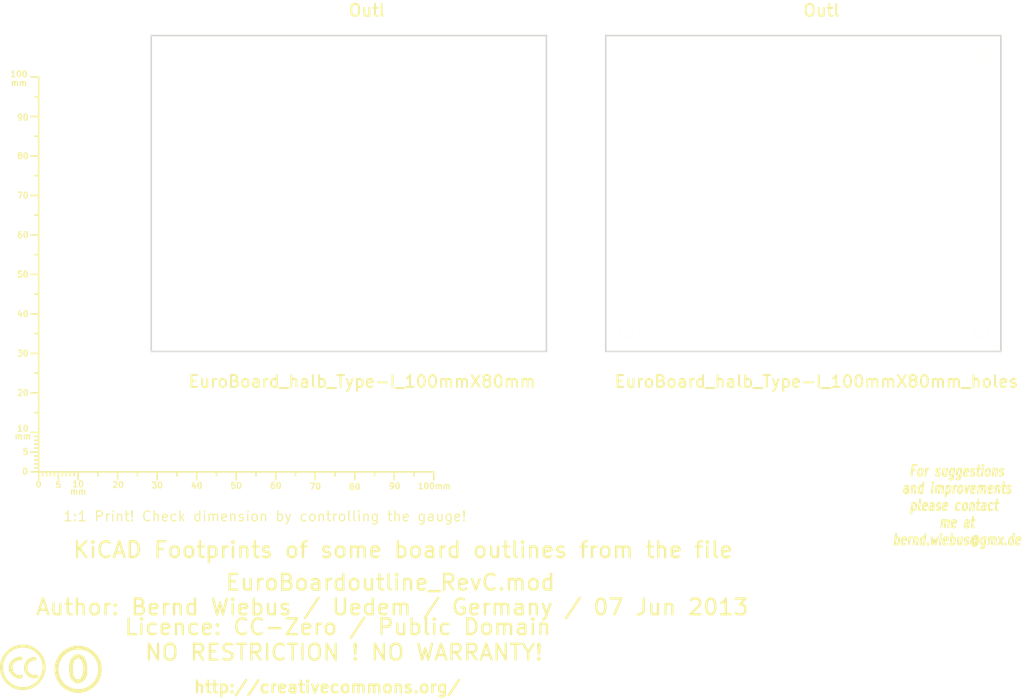
<source format=kicad_pcb>
(kicad_pcb (version 3) (host pcbnew "(2013-03-30 BZR 4007)-stable")

  (general
    (links 0)
    (no_connects 0)
    (area -16.90696 19.13594 285.725656 197.1694)
    (thickness 1.6002)
    (drawings 7)
    (tracks 0)
    (zones 0)
    (modules 5)
    (nets 1)
  )

  (page A4)
  (layers
    (15 Vorderseite signal)
    (0 Rückseite signal)
    (16 B.Adhes user)
    (17 F.Adhes user)
    (18 B.Paste user)
    (19 F.Paste user)
    (20 B.SilkS user)
    (21 F.SilkS user)
    (22 B.Mask user)
    (23 F.Mask user)
    (24 Dwgs.User user)
    (25 Cmts.User user)
    (26 Eco1.User user)
    (27 Eco2.User user)
    (28 Edge.Cuts user)
  )

  (setup
    (last_trace_width 0.2032)
    (trace_clearance 0.254)
    (zone_clearance 0.508)
    (zone_45_only no)
    (trace_min 0.2032)
    (segment_width 0.381)
    (edge_width 0.381)
    (via_size 0.889)
    (via_drill 0.635)
    (via_min_size 0.889)
    (via_min_drill 0.508)
    (uvia_size 0.508)
    (uvia_drill 0.127)
    (uvias_allowed no)
    (uvia_min_size 0.508)
    (uvia_min_drill 0.127)
    (pcb_text_width 0.3048)
    (pcb_text_size 1.524 2.032)
    (mod_edge_width 0.381)
    (mod_text_size 1.524 1.524)
    (mod_text_width 0.3048)
    (pad_size 1.524 1.524)
    (pad_drill 0.8128)
    (pad_to_mask_clearance 0.254)
    (aux_axis_origin 0 0)
    (visible_elements 7FFFFFFF)
    (pcbplotparams
      (layerselection 3178497)
      (usegerberextensions true)
      (excludeedgelayer true)
      (linewidth 60)
      (plotframeref false)
      (viasonmask false)
      (mode 1)
      (useauxorigin false)
      (hpglpennumber 1)
      (hpglpenspeed 20)
      (hpglpendiameter 15)
      (hpglpenoverlay 0)
      (psnegative false)
      (psa4output false)
      (plotreference true)
      (plotvalue true)
      (plotothertext true)
      (plotinvisibletext false)
      (padsonsilk false)
      (subtractmaskfromsilk false)
      (outputformat 1)
      (mirror false)
      (drillshape 1)
      (scaleselection 1)
      (outputdirectory ""))
  )

  (net 0 "")

  (net_class Default "Dies ist die voreingestellte Netzklasse."
    (clearance 0.254)
    (trace_width 0.2032)
    (via_dia 0.889)
    (via_drill 0.635)
    (uvia_dia 0.508)
    (uvia_drill 0.127)
    (add_net "")
  )

  (module Gauge_100mm_Type2_SilkScreenTop_RevA_Date22Jun2010 (layer Vorderseite) (tedit 4D963937) (tstamp 4D88F07A)
    (at 25 138)
    (descr "Gauge, Massstab, 100mm, SilkScreenTop, Type 2,")
    (tags "Gauge, Massstab, 100mm, SilkScreenTop, Type 2,")
    (path Gauge_100mm_Type2_SilkScreenTop_RevA_Date22Jun2010)
    (fp_text reference MSC (at 4.0005 8.99922) (layer F.SilkS) hide
      (effects (font (size 1.524 1.524) (thickness 0.3048)))
    )
    (fp_text value Gauge_100mm_Type2_SilkScreenTop_RevA_Date22Jun2010 (at 45.9994 8.99922) (layer F.SilkS) hide
      (effects (font (size 1.524 1.524) (thickness 0.3048)))
    )
    (fp_text user mm (at 9.99998 5.00126) (layer F.SilkS)
      (effects (font (size 1.524 1.524) (thickness 0.3048)))
    )
    (fp_text user mm (at -4.0005 -8.99922) (layer F.SilkS)
      (effects (font (size 1.524 1.524) (thickness 0.3048)))
    )
    (fp_text user mm (at -5.00126 -98.5012) (layer F.SilkS)
      (effects (font (size 1.524 1.524) (thickness 0.3048)))
    )
    (fp_text user 10 (at 10.00506 3.0988) (layer F.SilkS)
      (effects (font (size 1.50114 1.50114) (thickness 0.29972)))
    )
    (fp_text user 0 (at 0.00508 3.19786) (layer F.SilkS)
      (effects (font (size 1.39954 1.50114) (thickness 0.29972)))
    )
    (fp_text user 5 (at 5.0038 3.29946) (layer F.SilkS)
      (effects (font (size 1.50114 1.50114) (thickness 0.29972)))
    )
    (fp_text user 20 (at 20.1041 3.29946) (layer F.SilkS)
      (effects (font (size 1.50114 1.50114) (thickness 0.29972)))
    )
    (fp_text user 30 (at 30.00502 3.39852) (layer F.SilkS)
      (effects (font (size 1.50114 1.50114) (thickness 0.29972)))
    )
    (fp_text user 40 (at 40.005 3.50012) (layer F.SilkS)
      (effects (font (size 1.50114 1.50114) (thickness 0.29972)))
    )
    (fp_text user 50 (at 50.00498 3.50012) (layer F.SilkS)
      (effects (font (size 1.50114 1.50114) (thickness 0.29972)))
    )
    (fp_text user 60 (at 60.00496 3.50012) (layer F.SilkS)
      (effects (font (size 1.50114 1.50114) (thickness 0.29972)))
    )
    (fp_text user 70 (at 70.00494 3.70078) (layer F.SilkS)
      (effects (font (size 1.50114 1.50114) (thickness 0.29972)))
    )
    (fp_text user 80 (at 80.00492 3.79984) (layer F.SilkS)
      (effects (font (size 1.50114 1.50114) (thickness 0.29972)))
    )
    (fp_text user 90 (at 90.1065 3.60172) (layer F.SilkS)
      (effects (font (size 1.50114 1.50114) (thickness 0.29972)))
    )
    (fp_text user 100mm (at 100.10648 3.60172) (layer F.SilkS)
      (effects (font (size 1.50114 1.50114) (thickness 0.29972)))
    )
    (fp_line (start 0 -8.99922) (end -1.00076 -8.99922) (layer F.SilkS) (width 0.381))
    (fp_line (start 0 -8.001) (end -1.00076 -8.001) (layer F.SilkS) (width 0.381))
    (fp_line (start 0 -7.00024) (end -1.00076 -7.00024) (layer F.SilkS) (width 0.381))
    (fp_line (start 0 -5.99948) (end -1.00076 -5.99948) (layer F.SilkS) (width 0.381))
    (fp_line (start 0 -4.0005) (end -1.00076 -4.0005) (layer F.SilkS) (width 0.381))
    (fp_line (start 0 -2.99974) (end -1.00076 -2.99974) (layer F.SilkS) (width 0.381))
    (fp_line (start 0 -1.99898) (end -1.00076 -1.99898) (layer F.SilkS) (width 0.381))
    (fp_line (start 0 -1.00076) (end -1.00076 -1.00076) (layer F.SilkS) (width 0.381))
    (fp_line (start 0 0) (end -1.99898 0) (layer F.SilkS) (width 0.381))
    (fp_line (start 0 -5.00126) (end -1.99898 -5.00126) (layer F.SilkS) (width 0.381))
    (fp_line (start 0 -9.99998) (end -1.99898 -9.99998) (layer F.SilkS) (width 0.381))
    (fp_line (start 0 -15.00124) (end -1.00076 -15.00124) (layer F.SilkS) (width 0.381))
    (fp_line (start 0 -19.99996) (end -1.99898 -19.99996) (layer F.SilkS) (width 0.381))
    (fp_line (start 0 -25.00122) (end -1.00076 -25.00122) (layer F.SilkS) (width 0.381))
    (fp_line (start 0 -29.99994) (end -1.99898 -29.99994) (layer F.SilkS) (width 0.381))
    (fp_line (start 0 -35.0012) (end -1.00076 -35.0012) (layer F.SilkS) (width 0.381))
    (fp_line (start 0 -39.99992) (end -1.99898 -39.99992) (layer F.SilkS) (width 0.381))
    (fp_line (start 0 -45.00118) (end -1.00076 -45.00118) (layer F.SilkS) (width 0.381))
    (fp_line (start 0 -49.9999) (end -1.99898 -49.9999) (layer F.SilkS) (width 0.381))
    (fp_line (start 0 -55.00116) (end -1.00076 -55.00116) (layer F.SilkS) (width 0.381))
    (fp_line (start 0 -59.99988) (end -1.99898 -59.99988) (layer F.SilkS) (width 0.381))
    (fp_line (start 0 -65.00114) (end -1.00076 -65.00114) (layer F.SilkS) (width 0.381))
    (fp_line (start 0 -69.99986) (end -1.99898 -69.99986) (layer F.SilkS) (width 0.381))
    (fp_line (start 0 -75.00112) (end -1.00076 -75.00112) (layer F.SilkS) (width 0.381))
    (fp_line (start 0 -79.99984) (end -1.99898 -79.99984) (layer F.SilkS) (width 0.381))
    (fp_line (start 0 -85.0011) (end -1.00076 -85.0011) (layer F.SilkS) (width 0.381))
    (fp_line (start 0 -89.99982) (end -1.99898 -89.99982) (layer F.SilkS) (width 0.381))
    (fp_line (start 0 -95.00108) (end -1.00076 -95.00108) (layer F.SilkS) (width 0.381))
    (fp_line (start 0 0) (end 0 -99.9998) (layer F.SilkS) (width 0.381))
    (fp_line (start 0 -99.9998) (end -1.99898 -99.9998) (layer F.SilkS) (width 0.381))
    (fp_text user 100 (at -4.99872 -100.7491) (layer F.SilkS)
      (effects (font (size 1.50114 1.50114) (thickness 0.29972)))
    )
    (fp_text user 90 (at -4.0005 -89.7509) (layer F.SilkS)
      (effects (font (size 1.50114 1.50114) (thickness 0.29972)))
    )
    (fp_text user 80 (at -4.0005 -79.99984) (layer F.SilkS)
      (effects (font (size 1.50114 1.50114) (thickness 0.29972)))
    )
    (fp_text user 70 (at -4.0005 -69.99986) (layer F.SilkS)
      (effects (font (size 1.50114 1.50114) (thickness 0.29972)))
    )
    (fp_text user 60 (at -4.0005 -59.99988) (layer F.SilkS)
      (effects (font (size 1.50114 1.50114) (thickness 0.29972)))
    )
    (fp_text user 50 (at -4.0005 -49.9999) (layer F.SilkS)
      (effects (font (size 1.50114 1.50114) (thickness 0.34036)))
    )
    (fp_text user 40 (at -4.0005 -39.99992) (layer F.SilkS)
      (effects (font (size 1.50114 1.50114) (thickness 0.29972)))
    )
    (fp_text user 30 (at -4.0005 -29.99994) (layer F.SilkS)
      (effects (font (size 1.50114 1.50114) (thickness 0.29972)))
    )
    (fp_text user 20 (at -4.0005 -19.99996) (layer F.SilkS)
      (effects (font (size 1.50114 1.50114) (thickness 0.29972)))
    )
    (fp_line (start 95.00108 0) (end 95.00108 1.00076) (layer F.SilkS) (width 0.381))
    (fp_line (start 89.99982 0) (end 89.99982 1.99898) (layer F.SilkS) (width 0.381))
    (fp_line (start 85.0011 0) (end 85.0011 1.00076) (layer F.SilkS) (width 0.381))
    (fp_line (start 79.99984 0) (end 79.99984 1.99898) (layer F.SilkS) (width 0.381))
    (fp_line (start 75.00112 0) (end 75.00112 1.00076) (layer F.SilkS) (width 0.381))
    (fp_line (start 69.99986 0) (end 69.99986 1.99898) (layer F.SilkS) (width 0.381))
    (fp_line (start 65.00114 0) (end 65.00114 1.00076) (layer F.SilkS) (width 0.381))
    (fp_line (start 59.99988 0) (end 59.99988 1.99898) (layer F.SilkS) (width 0.381))
    (fp_line (start 55.00116 0) (end 55.00116 1.00076) (layer F.SilkS) (width 0.381))
    (fp_line (start 49.9999 0) (end 49.9999 1.99898) (layer F.SilkS) (width 0.381))
    (fp_line (start 45.00118 0) (end 45.00118 1.00076) (layer F.SilkS) (width 0.381))
    (fp_line (start 39.99992 0) (end 39.99992 1.99898) (layer F.SilkS) (width 0.381))
    (fp_line (start 35.0012 0) (end 35.0012 1.00076) (layer F.SilkS) (width 0.381))
    (fp_line (start 29.99994 0) (end 29.99994 1.99898) (layer F.SilkS) (width 0.381))
    (fp_line (start 25.00122 0) (end 25.00122 1.00076) (layer F.SilkS) (width 0.381))
    (fp_line (start 19.99996 0) (end 19.99996 1.99898) (layer F.SilkS) (width 0.381))
    (fp_line (start 15.00124 0) (end 15.00124 1.00076) (layer F.SilkS) (width 0.381))
    (fp_line (start 9.99998 0) (end 99.9998 0) (layer F.SilkS) (width 0.381))
    (fp_line (start 99.9998 0) (end 99.9998 1.99898) (layer F.SilkS) (width 0.381))
    (fp_text user 5 (at -3.302 -5.10286) (layer F.SilkS)
      (effects (font (size 1.50114 1.50114) (thickness 0.29972)))
    )
    (fp_text user 0 (at -3.4036 -0.10414) (layer F.SilkS)
      (effects (font (size 1.50114 1.50114) (thickness 0.29972)))
    )
    (fp_text user 10 (at -4.0005 -11.00074) (layer F.SilkS)
      (effects (font (size 1.50114 1.50114) (thickness 0.29972)))
    )
    (fp_line (start 8.99922 0) (end 8.99922 1.00076) (layer F.SilkS) (width 0.381))
    (fp_line (start 8.001 0) (end 8.001 1.00076) (layer F.SilkS) (width 0.381))
    (fp_line (start 7.00024 0) (end 7.00024 1.00076) (layer F.SilkS) (width 0.381))
    (fp_line (start 5.99948 0) (end 5.99948 1.00076) (layer F.SilkS) (width 0.381))
    (fp_line (start 4.0005 0) (end 4.0005 1.00076) (layer F.SilkS) (width 0.381))
    (fp_line (start 2.99974 0) (end 2.99974 1.00076) (layer F.SilkS) (width 0.381))
    (fp_line (start 1.99898 0) (end 1.99898 1.00076) (layer F.SilkS) (width 0.381))
    (fp_line (start 1.00076 0) (end 1.00076 1.00076) (layer F.SilkS) (width 0.381))
    (fp_line (start 5.00126 0) (end 5.00126 1.99898) (layer F.SilkS) (width 0.381))
    (fp_line (start 0 0) (end 0 1.99898) (layer F.SilkS) (width 0.381))
    (fp_line (start 0 0) (end 9.99998 0) (layer F.SilkS) (width 0.381))
    (fp_line (start 9.99998 0) (end 9.99998 1.99898) (layer F.SilkS) (width 0.381))
  )

  (module Symbol_CC-PublicDomain_SilkScreenTop_Big (layer Vorderseite) (tedit 515D641F) (tstamp 515F0B64)
    (at 35 188)
    (descr "Symbol, CC-PublicDomain, SilkScreen Top, Big,")
    (tags "Symbol, CC-PublicDomain, SilkScreen Top, Big,")
    (path Symbol_CC-Noncommercial_CopperTop_Big)
    (fp_text reference Sym (at 0.59944 -7.29996) (layer F.SilkS) hide
      (effects (font (size 1.524 1.524) (thickness 0.3048)))
    )
    (fp_text value Symbol_CC-PublicDomain_SilkScreenTop_Big (at 0.59944 8.001) (layer F.SilkS) hide
      (effects (font (size 1.524 1.524) (thickness 0.3048)))
    )
    (fp_circle (center 0 0) (end 5.8 -0.05) (layer F.SilkS) (width 0.381))
    (fp_circle (center 0 0) (end 5.5 0) (layer F.SilkS) (width 0.381))
    (fp_circle (center 0.05 0) (end 5.25 0) (layer F.SilkS) (width 0.381))
    (fp_line (start 1.1 -2.5) (end 1.4 -1.9) (layer F.SilkS) (width 0.381))
    (fp_line (start -1.8 1.2) (end -1.6 1.9) (layer F.SilkS) (width 0.381))
    (fp_line (start -1.6 1.9) (end -1.2 2.5) (layer F.SilkS) (width 0.381))
    (fp_line (start 0 -3) (end 0.75 -2.75) (layer F.SilkS) (width 0.381))
    (fp_line (start 0.75 -2.75) (end 1 -2.25) (layer F.SilkS) (width 0.381))
    (fp_line (start 1 -2.25) (end 1.5 -1) (layer F.SilkS) (width 0.381))
    (fp_line (start 1.5 -1) (end 1.5 -0.5) (layer F.SilkS) (width 0.381))
    (fp_line (start 1.5 -0.5) (end 1.5 0.5) (layer F.SilkS) (width 0.381))
    (fp_line (start 1.5 0.5) (end 1.25 1.5) (layer F.SilkS) (width 0.381))
    (fp_line (start 1.25 1.5) (end 0.75 2.5) (layer F.SilkS) (width 0.381))
    (fp_line (start 0.75 2.5) (end 0.25 2.75) (layer F.SilkS) (width 0.381))
    (fp_line (start 0.25 2.75) (end -0.25 2.75) (layer F.SilkS) (width 0.381))
    (fp_line (start -0.25 2.75) (end -0.75 2.5) (layer F.SilkS) (width 0.381))
    (fp_line (start -0.75 2.5) (end -1.25 1.75) (layer F.SilkS) (width 0.381))
    (fp_line (start -1.25 1.75) (end -1.5 0.75) (layer F.SilkS) (width 0.381))
    (fp_line (start -1.5 0.75) (end -1.5 -0.75) (layer F.SilkS) (width 0.381))
    (fp_line (start -1.5 -0.75) (end -1.25 -1.75) (layer F.SilkS) (width 0.381))
    (fp_line (start -1.25 -1.75) (end -1 -2.5) (layer F.SilkS) (width 0.381))
    (fp_line (start -1 -2.5) (end -0.3 -2.9) (layer F.SilkS) (width 0.381))
    (fp_line (start -0.3 -2.9) (end 0.2 -3) (layer F.SilkS) (width 0.381))
    (fp_line (start 0.2 -3) (end 0.8 -3) (layer F.SilkS) (width 0.381))
    (fp_line (start 0.8 -3) (end 1.4 -2.3) (layer F.SilkS) (width 0.381))
    (fp_line (start 1.4 -2.3) (end 1.6 -1.4) (layer F.SilkS) (width 0.381))
    (fp_line (start 1.6 -1.4) (end 1.7 -0.3) (layer F.SilkS) (width 0.381))
    (fp_line (start 1.7 -0.3) (end 1.7 0.9) (layer F.SilkS) (width 0.381))
    (fp_line (start 1.7 0.9) (end 1.4 1.8) (layer F.SilkS) (width 0.381))
    (fp_line (start 1.4 1.8) (end 1 2.7) (layer F.SilkS) (width 0.381))
    (fp_line (start 1 2.7) (end 0.5 3) (layer F.SilkS) (width 0.381))
    (fp_line (start 0.5 3) (end -0.4 3) (layer F.SilkS) (width 0.381))
    (fp_line (start -0.4 3) (end -1.3 2.3) (layer F.SilkS) (width 0.381))
    (fp_line (start -1.3 2.3) (end -1.7 1) (layer F.SilkS) (width 0.381))
    (fp_line (start -1.7 1) (end -1.8 -0.7) (layer F.SilkS) (width 0.381))
    (fp_line (start -1.8 -0.7) (end -1.4 -2.2) (layer F.SilkS) (width 0.381))
    (fp_line (start -1.4 -2.2) (end -1 -2.9) (layer F.SilkS) (width 0.381))
    (fp_line (start -1 -2.9) (end -0.2 -3.3) (layer F.SilkS) (width 0.381))
    (fp_line (start -0.2 -3.3) (end 0.7 -3.2) (layer F.SilkS) (width 0.381))
    (fp_line (start 0.7 -3.2) (end 1.3 -3.1) (layer F.SilkS) (width 0.381))
    (fp_line (start 1.3 -3.1) (end 1.7 -2.4) (layer F.SilkS) (width 0.381))
    (fp_line (start 1.7 -2.4) (end 2 -1.6) (layer F.SilkS) (width 0.381))
    (fp_line (start 2 -1.6) (end 2.1 -0.6) (layer F.SilkS) (width 0.381))
    (fp_line (start 2.1 -0.6) (end 2.1 0.3) (layer F.SilkS) (width 0.381))
    (fp_line (start 2.1 0.3) (end 2.1 1.3) (layer F.SilkS) (width 0.381))
    (fp_line (start 2.1 1.3) (end 1.9 1.8) (layer F.SilkS) (width 0.381))
    (fp_line (start 1.9 1.8) (end 1.5 2.6) (layer F.SilkS) (width 0.381))
    (fp_line (start 1.5 2.6) (end 1.1 3) (layer F.SilkS) (width 0.381))
    (fp_line (start 1.1 3) (end 0.4 3.3) (layer F.SilkS) (width 0.381))
    (fp_line (start 0.4 3.3) (end -0.1 3.4) (layer F.SilkS) (width 0.381))
    (fp_line (start -0.1 3.4) (end -0.8 3.2) (layer F.SilkS) (width 0.381))
    (fp_line (start -0.8 3.2) (end -1.5 2.6) (layer F.SilkS) (width 0.381))
    (fp_line (start -1.5 2.6) (end -1.9 1.7) (layer F.SilkS) (width 0.381))
    (fp_line (start -1.9 1.7) (end -2.1 0.4) (layer F.SilkS) (width 0.381))
    (fp_line (start -2.1 0.4) (end -2.1 -0.6) (layer F.SilkS) (width 0.381))
    (fp_line (start -2.1 -0.6) (end -2 -1.6) (layer F.SilkS) (width 0.381))
    (fp_line (start -2 -1.6) (end -1.7 -2.4) (layer F.SilkS) (width 0.381))
    (fp_line (start -1.7 -2.4) (end -1.2 -3.1) (layer F.SilkS) (width 0.381))
    (fp_line (start -1.2 -3.1) (end -0.4 -3.6) (layer F.SilkS) (width 0.381))
    (fp_line (start -0.4 -3.6) (end 0.4 -3.6) (layer F.SilkS) (width 0.381))
    (fp_line (start 0.4 -3.6) (end 1.1 -3.2) (layer F.SilkS) (width 0.381))
    (fp_line (start 1.1 -3.2) (end 1.1 -2.9) (layer F.SilkS) (width 0.381))
    (fp_line (start 1.1 -2.9) (end 1.8 -1.5) (layer F.SilkS) (width 0.381))
    (fp_line (start 1.8 -1.5) (end 1.8 -0.4) (layer F.SilkS) (width 0.381))
    (fp_line (start 1.8 -0.4) (end 1.8 1.1) (layer F.SilkS) (width 0.381))
    (fp_line (start 1.8 1.1) (end 1.2 2.6) (layer F.SilkS) (width 0.381))
    (fp_line (start 1.2 2.6) (end 0.2 3.2) (layer F.SilkS) (width 0.381))
    (fp_line (start 0.2 3.2) (end -0.5 3.2) (layer F.SilkS) (width 0.381))
    (fp_line (start -0.5 3.2) (end -1.1 2.7) (layer F.SilkS) (width 0.381))
    (fp_line (start -1.1 2.7) (end -1.9 0.6) (layer F.SilkS) (width 0.381))
    (fp_line (start -1.9 0.6) (end -1.7 -1.9) (layer F.SilkS) (width 0.381))
  )

  (module Symbol_CreativeCommons_SilkScreenTop_Type2_Big (layer Vorderseite) (tedit 515D640C) (tstamp 515F46B2)
    (at 21 187.5)
    (descr "Symbol, Creative Commons, SilkScreen Top, Type 2, Big,")
    (tags "Symbol, Creative Commons, SilkScreen Top, Type 2, Big,")
    (path Symbol_CreativeCommons_CopperTop_Type2_Big)
    (fp_text reference Sym (at 0.59944 -7.29996) (layer F.SilkS) hide
      (effects (font (size 1.524 1.524) (thickness 0.3048)))
    )
    (fp_text value Symbol_CreativeCommons_Typ2_SilkScreenTop_Big (at 0.59944 8.001) (layer F.SilkS) hide
      (effects (font (size 1.524 1.524) (thickness 0.3048)))
    )
    (fp_line (start -0.70104 2.70002) (end -0.29972 2.60096) (layer F.SilkS) (width 0.381))
    (fp_line (start -0.29972 2.60096) (end -0.20066 2.10058) (layer F.SilkS) (width 0.381))
    (fp_line (start -2.49936 -1.69926) (end -2.70002 -1.6002) (layer F.SilkS) (width 0.381))
    (fp_line (start -2.70002 -1.6002) (end -3.0988 -1.00076) (layer F.SilkS) (width 0.381))
    (fp_line (start -3.0988 -1.00076) (end -3.29946 -0.50038) (layer F.SilkS) (width 0.381))
    (fp_line (start -3.29946 -0.50038) (end -3.40106 0.39878) (layer F.SilkS) (width 0.381))
    (fp_line (start -3.40106 0.39878) (end -3.29946 0.89916) (layer F.SilkS) (width 0.381))
    (fp_line (start -0.19812 2.4003) (end -0.29718 2.59842) (layer F.SilkS) (width 0.381))
    (fp_line (start 3.70078 2.10058) (end 3.79984 2.4003) (layer F.SilkS) (width 0.381))
    (fp_line (start 2.99974 -2.4003) (end 3.29946 -2.30124) (layer F.SilkS) (width 0.381))
    (fp_line (start 3.29946 -2.30124) (end 3.0988 -1.99898) (layer F.SilkS) (width 0.381))
    (fp_line (start 0 -5.40004) (end -0.50038 -5.40004) (layer F.SilkS) (width 0.381))
    (fp_line (start -0.50038 -5.40004) (end -1.30048 -5.10032) (layer F.SilkS) (width 0.381))
    (fp_line (start -1.30048 -5.10032) (end -1.99898 -4.89966) (layer F.SilkS) (width 0.381))
    (fp_line (start -1.99898 -4.89966) (end -2.70002 -4.699) (layer F.SilkS) (width 0.381))
    (fp_line (start -2.70002 -4.699) (end -3.29946 -4.20116) (layer F.SilkS) (width 0.381))
    (fp_line (start -3.29946 -4.20116) (end -4.0005 -3.59918) (layer F.SilkS) (width 0.381))
    (fp_line (start -4.0005 -3.59918) (end -4.50088 -2.99974) (layer F.SilkS) (width 0.381))
    (fp_line (start -4.50088 -2.99974) (end -5.00126 -2.10058) (layer F.SilkS) (width 0.381))
    (fp_line (start -5.00126 -2.10058) (end -5.30098 -1.09982) (layer F.SilkS) (width 0.381))
    (fp_line (start -5.30098 -1.09982) (end -5.40004 0.09906) (layer F.SilkS) (width 0.381))
    (fp_line (start -5.40004 0.09906) (end -5.19938 1.30048) (layer F.SilkS) (width 0.381))
    (fp_line (start -5.19938 1.30048) (end -4.8006 2.4003) (layer F.SilkS) (width 0.381))
    (fp_line (start -4.8006 2.4003) (end -3.79984 3.8989) (layer F.SilkS) (width 0.381))
    (fp_line (start -3.79984 3.8989) (end -2.60096 4.8006) (layer F.SilkS) (width 0.381))
    (fp_line (start -2.60096 4.8006) (end -1.30048 5.30098) (layer F.SilkS) (width 0.381))
    (fp_line (start -1.30048 5.30098) (end 0.09906 5.30098) (layer F.SilkS) (width 0.381))
    (fp_line (start 0.09906 5.30098) (end 1.6002 5.19938) (layer F.SilkS) (width 0.381))
    (fp_line (start 1.6002 5.19938) (end 2.60096 4.699) (layer F.SilkS) (width 0.381))
    (fp_line (start 2.60096 4.699) (end 4.20116 3.40106) (layer F.SilkS) (width 0.381))
    (fp_line (start 4.20116 3.40106) (end 5.00126 1.80086) (layer F.SilkS) (width 0.381))
    (fp_line (start 5.00126 1.80086) (end 5.40004 0.29972) (layer F.SilkS) (width 0.381))
    (fp_line (start 5.40004 0.29972) (end 5.19938 -1.39954) (layer F.SilkS) (width 0.381))
    (fp_line (start 5.19938 -1.39954) (end 4.699 -2.49936) (layer F.SilkS) (width 0.381))
    (fp_line (start 4.699 -2.49936) (end 3.40106 -4.09956) (layer F.SilkS) (width 0.381))
    (fp_line (start 3.40106 -4.09956) (end 2.4003 -4.8006) (layer F.SilkS) (width 0.381))
    (fp_line (start 2.4003 -4.8006) (end 1.39954 -5.19938) (layer F.SilkS) (width 0.381))
    (fp_line (start 1.39954 -5.19938) (end 0 -5.30098) (layer F.SilkS) (width 0.381))
    (fp_line (start 0.60198 -0.70104) (end 0.50292 -0.20066) (layer F.SilkS) (width 0.381))
    (fp_line (start 0.50292 -0.20066) (end 0.50292 0.49784) (layer F.SilkS) (width 0.381))
    (fp_line (start 0.50292 0.49784) (end 0.60198 1.09982) (layer F.SilkS) (width 0.381))
    (fp_line (start 0.60198 1.09982) (end 1.00076 1.69926) (layer F.SilkS) (width 0.381))
    (fp_line (start 1.00076 1.69926) (end 1.50114 2.19964) (layer F.SilkS) (width 0.381))
    (fp_line (start 1.50114 2.19964) (end 2.10058 2.49936) (layer F.SilkS) (width 0.381))
    (fp_line (start 2.10058 2.49936) (end 2.60096 2.59842) (layer F.SilkS) (width 0.381))
    (fp_line (start 2.60096 2.59842) (end 3.00228 2.59842) (layer F.SilkS) (width 0.381))
    (fp_line (start 3.00228 2.59842) (end 3.40106 2.59842) (layer F.SilkS) (width 0.381))
    (fp_line (start 3.40106 2.59842) (end 3.80238 2.49936) (layer F.SilkS) (width 0.381))
    (fp_line (start 3.80238 2.49936) (end 3.70078 2.2987) (layer F.SilkS) (width 0.381))
    (fp_line (start 3.70078 2.2987) (end 2.80162 2.4003) (layer F.SilkS) (width 0.381))
    (fp_line (start 2.80162 2.4003) (end 1.80086 2.09804) (layer F.SilkS) (width 0.381))
    (fp_line (start 1.80086 2.09804) (end 1.20142 1.6002) (layer F.SilkS) (width 0.381))
    (fp_line (start 1.20142 1.6002) (end 0.80264 0.6985) (layer F.SilkS) (width 0.381))
    (fp_line (start 0.80264 0.6985) (end 0.70104 -0.29972) (layer F.SilkS) (width 0.381))
    (fp_line (start 0.70104 -0.29972) (end 1.00076 -1.00076) (layer F.SilkS) (width 0.381))
    (fp_line (start 1.00076 -1.00076) (end 1.60274 -1.7018) (layer F.SilkS) (width 0.381))
    (fp_line (start 1.60274 -1.7018) (end 2.30124 -2.10058) (layer F.SilkS) (width 0.381))
    (fp_line (start 2.30124 -2.10058) (end 3.00228 -2.10058) (layer F.SilkS) (width 0.381))
    (fp_line (start 3.00228 -2.10058) (end 3.10134 -1.89992) (layer F.SilkS) (width 0.381))
    (fp_line (start 3.10134 -1.89992) (end 2.5019 -1.89992) (layer F.SilkS) (width 0.381))
    (fp_line (start 2.5019 -1.89992) (end 1.80086 -1.6002) (layer F.SilkS) (width 0.381))
    (fp_line (start 1.80086 -1.6002) (end 1.30048 -1.00076) (layer F.SilkS) (width 0.381))
    (fp_line (start 1.30048 -1.00076) (end 1.00076 -0.40132) (layer F.SilkS) (width 0.381))
    (fp_line (start 1.00076 -0.40132) (end 1.00076 0.09906) (layer F.SilkS) (width 0.381))
    (fp_line (start 1.00076 0.09906) (end 1.00076 0.6985) (layer F.SilkS) (width 0.381))
    (fp_line (start 1.00076 0.6985) (end 1.30048 1.19888) (layer F.SilkS) (width 0.381))
    (fp_line (start 1.30048 1.19888) (end 1.7018 1.69926) (layer F.SilkS) (width 0.381))
    (fp_line (start 1.7018 1.69926) (end 2.30124 1.99898) (layer F.SilkS) (width 0.381))
    (fp_line (start 2.30124 1.99898) (end 2.90068 2.09804) (layer F.SilkS) (width 0.381))
    (fp_line (start 2.90068 2.09804) (end 3.40106 2.09804) (layer F.SilkS) (width 0.381))
    (fp_line (start 3.40106 2.09804) (end 3.70078 1.99898) (layer F.SilkS) (width 0.381))
    (fp_line (start 3.00228 -2.4003) (end 2.40284 -2.4003) (layer F.SilkS) (width 0.381))
    (fp_line (start 2.40284 -2.4003) (end 2.00152 -2.20218) (layer F.SilkS) (width 0.381))
    (fp_line (start 2.00152 -2.20218) (end 1.50114 -2.00152) (layer F.SilkS) (width 0.381))
    (fp_line (start 1.50114 -2.00152) (end 1.10236 -1.6002) (layer F.SilkS) (width 0.381))
    (fp_line (start 1.10236 -1.6002) (end 0.80264 -1.09982) (layer F.SilkS) (width 0.381))
    (fp_line (start 0.80264 -1.09982) (end 0.60198 -0.70104) (layer F.SilkS) (width 0.381))
    (fp_line (start -0.39878 -1.99898) (end -0.89916 -1.99898) (layer F.SilkS) (width 0.381))
    (fp_line (start -0.89916 -1.99898) (end -1.39954 -1.89738) (layer F.SilkS) (width 0.381))
    (fp_line (start -1.39954 -1.89738) (end -1.89992 -1.59766) (layer F.SilkS) (width 0.381))
    (fp_line (start -1.89992 -1.59766) (end -2.4003 -1.19888) (layer F.SilkS) (width 0.381))
    (fp_line (start -2.4003 -1.30048) (end -2.70002 -0.8001) (layer F.SilkS) (width 0.381))
    (fp_line (start -2.70002 -0.8001) (end -2.79908 -0.29972) (layer F.SilkS) (width 0.381))
    (fp_line (start -2.79908 -0.29972) (end -2.79908 0.20066) (layer F.SilkS) (width 0.381))
    (fp_line (start -2.79908 0.20066) (end -2.59842 1.00076) (layer F.SilkS) (width 0.381))
    (fp_line (start -2.69748 1.00076) (end -2.39776 1.39954) (layer F.SilkS) (width 0.381))
    (fp_line (start -2.29616 1.4986) (end -1.79578 1.89992) (layer F.SilkS) (width 0.381))
    (fp_line (start -1.79578 1.89992) (end -1.29794 2.09804) (layer F.SilkS) (width 0.381))
    (fp_line (start -1.29794 2.09804) (end -0.89662 2.19964) (layer F.SilkS) (width 0.381))
    (fp_line (start -0.89662 2.19964) (end -0.49784 2.19964) (layer F.SilkS) (width 0.381))
    (fp_line (start -0.49784 2.19964) (end -0.19812 2.09804) (layer F.SilkS) (width 0.381))
    (fp_line (start -0.19812 2.09804) (end -0.29718 2.4003) (layer F.SilkS) (width 0.381))
    (fp_line (start -0.29718 2.4003) (end -0.89662 2.49936) (layer F.SilkS) (width 0.381))
    (fp_line (start -0.89662 2.49936) (end -1.59766 2.2987) (layer F.SilkS) (width 0.381))
    (fp_line (start -1.59766 2.2987) (end -2.29616 1.79832) (layer F.SilkS) (width 0.381))
    (fp_line (start -2.29616 1.79832) (end -2.79654 1.29794) (layer F.SilkS) (width 0.381))
    (fp_line (start -2.79908 1.39954) (end -2.99974 0.70104) (layer F.SilkS) (width 0.381))
    (fp_line (start -2.99974 0.70104) (end -3.0988 0) (layer F.SilkS) (width 0.381))
    (fp_line (start -3.0988 0) (end -2.99974 -0.59944) (layer F.SilkS) (width 0.381))
    (fp_line (start -2.99974 -0.8001) (end -2.70002 -1.30048) (layer F.SilkS) (width 0.381))
    (fp_line (start -2.70002 -1.09982) (end -2.19964 -1.6002) (layer F.SilkS) (width 0.381))
    (fp_line (start -2.19964 -1.69926) (end -1.69926 -1.99898) (layer F.SilkS) (width 0.381))
    (fp_line (start -1.69926 -1.99898) (end -1.19888 -2.19964) (layer F.SilkS) (width 0.381))
    (fp_line (start -1.19888 -2.19964) (end -0.6985 -2.19964) (layer F.SilkS) (width 0.381))
    (fp_line (start -0.6985 -2.19964) (end -0.29972 -2.19964) (layer F.SilkS) (width 0.381))
    (fp_line (start -0.29972 -2.19964) (end -0.20066 -2.39776) (layer F.SilkS) (width 0.381))
    (fp_line (start -0.20066 -2.39776) (end -0.59944 -2.49936) (layer F.SilkS) (width 0.381))
    (fp_line (start -0.59944 -2.49936) (end -1.00076 -2.49936) (layer F.SilkS) (width 0.381))
    (fp_line (start -1.00076 -2.49936) (end -1.4986 -2.39776) (layer F.SilkS) (width 0.381))
    (fp_line (start -1.4986 -2.39776) (end -2.10058 -2.09804) (layer F.SilkS) (width 0.381))
    (fp_line (start -2.10058 -2.09804) (end -2.59842 -1.69926) (layer F.SilkS) (width 0.381))
    (fp_line (start -2.59842 -1.6002) (end -3.0988 -0.89916) (layer F.SilkS) (width 0.381))
    (fp_line (start -3.0988 -0.89916) (end -3.29946 -0.29972) (layer F.SilkS) (width 0.381))
    (fp_line (start -3.29946 -0.29972) (end -3.29946 0.40132) (layer F.SilkS) (width 0.381))
    (fp_line (start -3.29946 0.40132) (end -3.2004 1.00076) (layer F.SilkS) (width 0.381))
    (fp_line (start -3.29946 0.8001) (end -2.99974 1.39954) (layer F.SilkS) (width 0.381))
    (fp_line (start -2.89814 1.4986) (end -2.49682 1.99898) (layer F.SilkS) (width 0.381))
    (fp_line (start -2.49682 1.99898) (end -1.89738 2.4003) (layer F.SilkS) (width 0.381))
    (fp_line (start -1.89738 2.4003) (end -1.19634 2.59842) (layer F.SilkS) (width 0.381))
    (fp_line (start -1.19634 2.59842) (end -0.69596 2.70002) (layer F.SilkS) (width 0.381))
    (fp_line (start -2.9972 1.19888) (end -2.59842 1.19888) (layer F.SilkS) (width 0.381))
    (fp_circle (center 0 0) (end 5.08 1.016) (layer F.SilkS) (width 0.381))
    (fp_circle (center 0 0) (end 5.588 0) (layer F.SilkS) (width 0.381))
  )

  (module EuroBoard_halb_Type-I_100mmX80mm (layer Vorderseite) (tedit 51AE1B7A) (tstamp 51AE24B5)
    (at 53.5 107.5)
    (descr "Outline, Eurocard 1/2, Type I, 100x80mm,")
    (tags "Outline, Eurocard 1/2, Type I, 100x80mm,")
    (path EuroBoard-halb-100mmX80mm)
    (fp_text reference Outl (at 54.61 -86.36) (layer F.SilkS)
      (effects (font (size 2.99974 2.99974) (thickness 0.50038)))
    )
    (fp_text value EuroBoard_halb_Type-I_100mmX80mm (at 53.34 7.62) (layer F.SilkS)
      (effects (font (size 3.00228 3.00228) (thickness 0.50038)))
    )
    (fp_line (start 0 0) (end 0 -79.99984) (layer Edge.Cuts) (width 0.381))
    (fp_line (start 0 -79.99984) (end 99.9998 -79.99984) (layer Edge.Cuts) (width 0.381))
    (fp_line (start 99.9998 -79.99984) (end 99.9998 0) (layer Edge.Cuts) (width 0.381))
    (fp_line (start 99.9998 0) (end 0 0) (layer Edge.Cuts) (width 0.381))
  )

  (module EuroBoard_halb_Type-I_100mmX80mm_holes (layer Vorderseite) (tedit 51B1A04F) (tstamp 51B1A1FB)
    (at 168.5 107.5)
    (descr "Outline, Eurocard 1/2, Type I, 100x80mm, with holes 3,5mm")
    (tags "Outline, Eurocard 1/2, Type I, 100x80mm, with holes 3,5mm")
    (path EuroBoard-halb-100mmX80mm)
    (fp_text reference Outl (at 54.61 -86.36) (layer F.SilkS)
      (effects (font (size 2.99974 2.99974) (thickness 0.50038)))
    )
    (fp_text value EuroBoard_halb_Type-I_100mmX80mm_holes (at 53.34 7.62) (layer F.SilkS)
      (effects (font (size 3.00228 3.00228) (thickness 0.50038)))
    )
    (fp_line (start 0 0) (end 0 -79.99984) (layer Edge.Cuts) (width 0.381))
    (fp_line (start 0 -79.99984) (end 99.9998 -79.99984) (layer Edge.Cuts) (width 0.381))
    (fp_line (start 99.9998 -79.99984) (end 99.9998 0) (layer Edge.Cuts) (width 0.381))
    (fp_line (start 99.9998 0) (end 0 0) (layer Edge.Cuts) (width 0.381))
    (pad "" np_thru_hole circle (at 5.00126 -5.00126) (size 3.50012 3.50012) (drill 3.50012)
      (layers *.Cu *.Mask F.SilkS)
    )
    (pad "" np_thru_hole circle (at 5.00126 -75.00112) (size 3.50012 3.50012) (drill 3.50012)
      (layers *.Cu *.Mask F.SilkS)
    )
    (pad "" np_thru_hole circle (at 95.00108 -75.00112) (size 3.50012 3.50012) (drill 3.50012)
      (layers *.Cu *.Mask F.SilkS)
    )
    (pad "" np_thru_hole circle (at 95.00108 -5.00126) (size 3.50012 3.50012) (drill 3.50012)
      (layers *.Cu *.Mask F.SilkS)
    )
  )

  (gr_text http://creativecommons.org/ (at 98 192.5) (layer F.SilkS)
    (effects (font (size 3 3) (thickness 0.6)))
  )
  (gr_text "For suggestions\nand improvements\nplease contact \nme at\nbernd.wiebus@gmx.de" (at 257.41884 146.4691) (layer F.SilkS)
    (effects (font (size 2.70002 1.99898) (thickness 0.50038) italic))
  )
  (gr_text "1:1 Print! Check dimension by controlling the gauge!" (at 82.24882 149.25014) (layer F.SilkS)
    (effects (font (size 2.49936 2.49936) (thickness 0.29972)))
  )
  (gr_text "Licence: CC-Zero / Public Domain \nNO RESTRICTION ! NO WARRANTY!" (at 102.2501 180.50064) (layer F.SilkS)
    (effects (font (size 4.0005 4.0005) (thickness 0.59944)))
  )
  (gr_text "Author: Bernd Wiebus / Uedem / Germany / 07 Jun 2013" (at 114.50012 172.24958) (layer F.SilkS)
    (effects (font (size 4.0005 4.0005) (thickness 0.59944)))
  )
  (gr_text EuroBoardoutline_RevC.mod (at 114.00028 165.9989) (layer F.SilkS)
    (effects (font (size 4.0005 4.0005) (thickness 0.59944)))
  )
  (gr_text "KiCAD Footprints of some board outlines from the file " (at 118.75008 157.74898) (layer F.SilkS)
    (effects (font (size 4.0005 4.0005) (thickness 0.59944)))
  )

)

</source>
